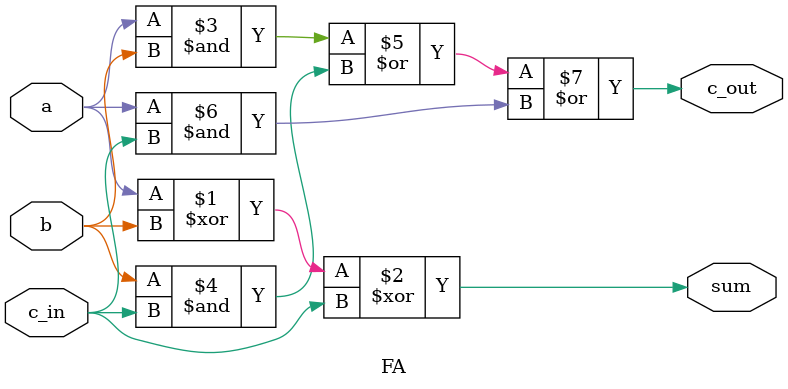
<source format=sv>
module FA ( input  a,
            input  b,
            input  c_in,
            output c_out,
            output sum);

   assign sum = a ^ b ^ c_in;
   assign c_out = (a & b) | (b & c_in) | (a & c_in);
endmodule

</source>
